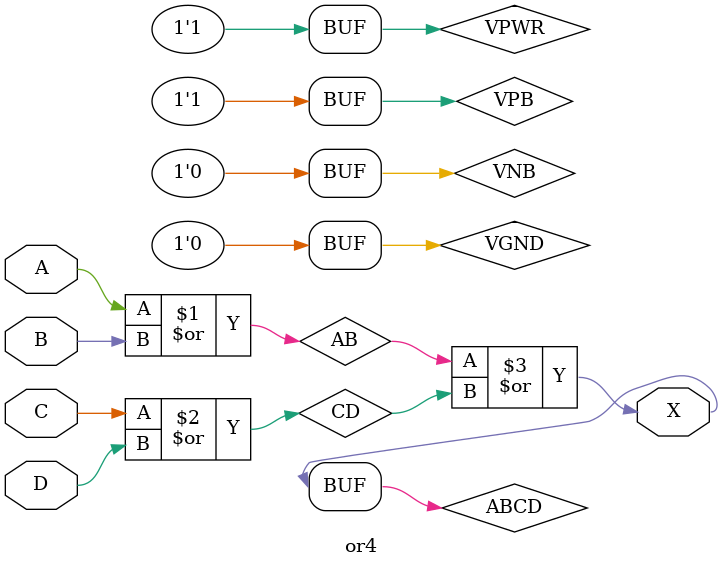
<source format=v>
module or4 (
    X,
    A,
    B,
    C,
    D
);

    output X;
    input  A;
    input  B;
    input  C;
    input  D;

    // Voltage supply signals
    supply1 VPWR;
    supply0 VGND;
    supply1 VPB ;
    supply0 VNB ;

    // Internal wires
    wire AB;
    wire CD;
    wire ABCD;

    // Implement OR gate logic
    assign AB = A | B;
    assign CD = C | D;
    assign ABCD = AB | CD;
    assign X = ABCD;

endmodule
</source>
